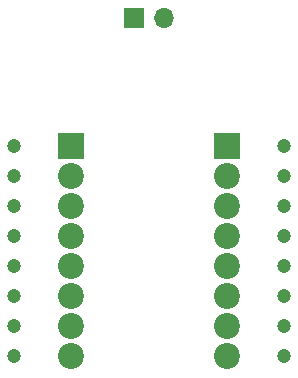
<source format=gbs>
%TF.GenerationSoftware,KiCad,Pcbnew,(5.1.9-0-10_14)*%
%TF.CreationDate,2024-01-22T23:17:15+01:00*%
%TF.ProjectId,berker-sensor,6265726b-6572-42d7-9365-6e736f722e6b,rev?*%
%TF.SameCoordinates,Original*%
%TF.FileFunction,Soldermask,Bot*%
%TF.FilePolarity,Negative*%
%FSLAX46Y46*%
G04 Gerber Fmt 4.6, Leading zero omitted, Abs format (unit mm)*
G04 Created by KiCad (PCBNEW (5.1.9-0-10_14)) date 2024-01-22 23:17:15*
%MOMM*%
%LPD*%
G01*
G04 APERTURE LIST*
%ADD10C,1.200000*%
%ADD11O,1.700000X1.700000*%
%ADD12R,1.700000X1.700000*%
%ADD13C,2.200000*%
%ADD14R,2.200000X2.200000*%
G04 APERTURE END LIST*
D10*
%TO.C,U1*%
X11430000Y-10160000D03*
X-11430000Y-10160000D03*
X11430000Y-7620000D03*
X-11430000Y-7620000D03*
X11430000Y-5080000D03*
X-11430000Y-5080000D03*
X11430000Y-2540000D03*
X-11430000Y-2540000D03*
X11430000Y0D03*
X-11430000Y0D03*
X11430000Y2540000D03*
X-11430000Y2540000D03*
X11430000Y5080000D03*
X-11430000Y5080000D03*
X11430000Y7620000D03*
X-11430000Y7620000D03*
%TD*%
D11*
%TO.C,J1*%
X1280000Y18400000D03*
D12*
X-1260000Y18400000D03*
%TD*%
D13*
%TO.C,J4*%
X6600000Y-10180000D03*
X6600000Y-7640000D03*
X6600000Y-5100000D03*
X6600000Y-2560000D03*
X6600000Y-20000D03*
X6600000Y2520000D03*
X6600000Y5060000D03*
D14*
X6600000Y7600000D03*
%TD*%
D13*
%TO.C,J3*%
X-6600000Y-10180000D03*
X-6600000Y-7640000D03*
X-6600000Y-5100000D03*
X-6600000Y-2560000D03*
X-6600000Y-20000D03*
X-6600000Y2520000D03*
X-6600000Y5060000D03*
D14*
X-6600000Y7600000D03*
%TD*%
M02*

</source>
